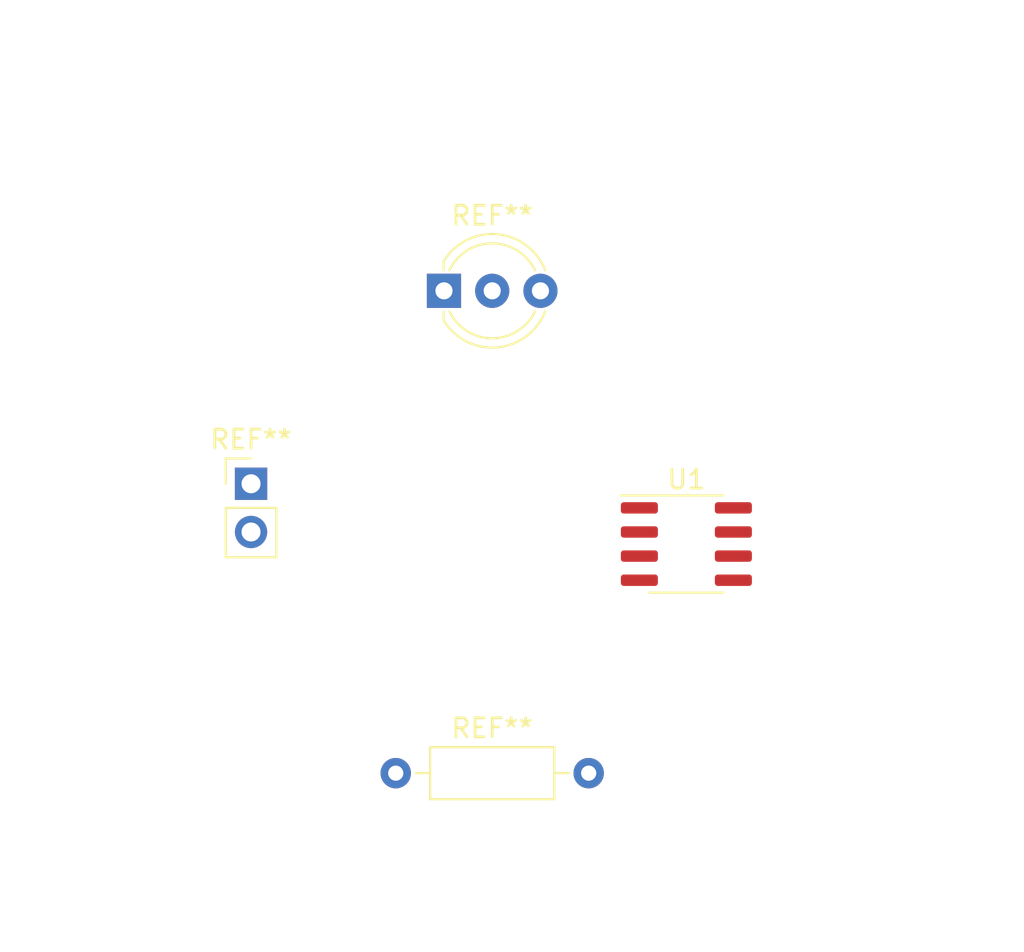
<source format=kicad_pcb>
(kicad_pcb (version 20221018) (generator pcbnew)
  (layers (0 "F.Cu" signal) (31 "B.Cu" signal) (34 "B.Paste" user) (35 "F.Paste" user) (36 "B.SilkS" user "B.Silkscreen") (37 "F.SilkS" user "F.Silkscreen") (38 "B.Mask" user) (39 "F.Mask" user) (44 "Edge.Cuts" user))
  (net 0 "")
  (net 1 "GND")
  (net 2 "Net-(U1-TR)")
  (net 3 "Net-(D1-A)")
  (net 4 "Net-(U1-R)")
  (net 7 "Net-(U1-DIS)")
  (footprint "Package_SO:SOIC-8_3.9x4.9mm_P1.27mm" (layer "F.Cu") (at 81.345 114.935)
    (fp_text reference "U1" (at 0 -3.4) (layer "F.SilkS"))
    (fp_text value "ICM7555xB")
    (fp_line (start 0 -2.56) (end -3.45 -2.56) (stroke (width 0.12)) (layer "F.SilkS"))
    (fp_line (start 0 -2.56) (end 1.95 -2.56) (stroke (width 0.12)) (layer "F.SilkS"))
    (fp_line (start 0 2.56) (end -1.95 2.56) (stroke (width 0.12)) (layer "F.SilkS"))
    (fp_line (start 0 2.56) (end 1.95 2.56) (stroke (width 0.12)) (layer "F.SilkS"))
    (pad "1" smd roundrect (at -2.475 -1.905) (size 1.95 0.6) (layers "F.Cu" "F.Paste" "F.Mask") (net 1 "GND"))
    (pad "2" smd roundrect (at -2.475 -0.635) (size 1.95 0.6) (layers "F.Cu" "F.Paste" "F.Mask") (net 2 "Net-(U1-TR)"))
    (pad "3" smd roundrect (at -2.475 0.635) (size 1.95 0.6) (layers "F.Cu" "F.Paste" "F.Mask") (net 3 "Net-(D1-A)"))
    (pad "4" smd roundrect (at -2.475 1.905) (size 1.95 0.6) (layers "F.Cu" "F.Paste" "F.Mask") (net 4 "Net-(U1-R)"))
    (pad "5" smd roundrect (at 2.475 1.905) (size 1.95 0.6) (layers "F.Cu" "F.Paste" "F.Mask"))
    (pad "6" smd roundrect (at 2.475 0.635) (size 1.95 0.6) (layers "F.Cu" "F.Paste" "F.Mask"))
    (pad "7" smd roundrect (at 2.475 -0.635) (size 1.95 0.6) (layers "F.Cu" "F.Paste" "F.Mask") (net 7 "Net-(U1-DIS)"))
    (pad "8" smd roundrect (at 2.475 -1.905) (size 1.95 0.6) (layers "F.Cu" "F.Paste" "F.Mask") (net 4 "Net-(U1-R)"))
  )
  (footprint "Connector_PinHeader_2.54mm:PinHeader_1x02_P2.54mm_Vertical" (layer "F.Cu") (at 58.42 111.76)
    (fp_text reference "REF**" (at 0 -2.33) (layer "F.SilkS"))
    (fp_text value "PinHeader_1x02_P2.54mm_Vertical")
    (fp_line (start -1.33 -1.33) (end 0 -1.33) (stroke (width 0.12)) (layer "F.SilkS"))
    (fp_line (start -1.33 0) (end -1.33 -1.33) (stroke (width 0.12)) (layer "F.SilkS"))
    (fp_line (start -1.33 1.27) (end -1.33 3.87) (stroke (width 0.12)) (layer "F.SilkS"))
    (fp_line (start -1.33 1.27) (end 1.33 1.27) (stroke (width 0.12)) (layer "F.SilkS"))
    (fp_line (start -1.33 3.87) (end 1.33 3.87) (stroke (width 0.12)) (layer "F.SilkS"))
    (fp_line (start 1.33 1.27) (end 1.33 3.87) (stroke (width 0.12)) (layer "F.SilkS"))
    (pad "1" thru_hole rect (at 0 0) (size 1.7 1.7) (drill 1) (layers "*.Cu" "*.Mask"))
    (pad "2" thru_hole oval (at 0 2.54) (size 1.7 1.7) (drill 1) (layers "*.Cu" "*.Mask"))
  )
  (footprint "LED_THT:LED_D5.0mm-3" (layer "F.Cu") (at 68.58 101.6)
    (fp_text reference "REF**" (at 2.54 -3.96) (layer "F.SilkS"))
    (fp_text value "LED_D5.0mm-3")
    (fp_line (start -0.02 -1.545) (end -0.02 -1.08) (stroke (width 0.12)) (layer "F.SilkS"))
    (fp_line (start -0.02 1.08) (end -0.02 1.545) (stroke (width 0.12)) (layer "F.SilkS"))
    (fp_arc (start -0.02 -1.54483) (mid 2.798456 -2.978809) (end 5.327815 -1.080827) (stroke (width 0.12)) (layer "F.SilkS"))
    (fp_arc (start 0.285316 -1.08) (mid 2.539762 -2.5) (end 4.794479 -1.080429) (stroke (width 0.12)) (layer "F.SilkS"))
    (fp_arc (start 4.794479 1.080429) (mid 2.539762 2.5) (end 0.285316 1.08) (stroke (width 0.12)) (layer "F.SilkS"))
    (fp_arc (start 5.327815 1.080827) (mid 2.798456 2.978808) (end -0.02 1.54483) (stroke (width 0.12)) (layer "F.SilkS"))
    (pad "1" thru_hole rect (at 0 0) (size 1.8 1.8) (drill 0.9) (layers "*.Cu" "*.Mask"))
    (pad "2" thru_hole circle (at 2.54 0) (size 1.8 1.8) (drill 0.9) (layers "*.Cu" "*.Mask"))
    (pad "3" thru_hole circle (at 5.08 0) (size 1.8 1.8) (drill 0.9) (layers "*.Cu" "*.Mask"))
  )
  (footprint "Resistor_THT:R_Axial_DIN0207_L6.3mm_D2.5mm_P10.16mm_Horizontal" (layer "F.Cu") (at 66.04 127)
    (fp_text reference "REF**" (at 5.08 -2.37) (layer "F.SilkS"))
    (fp_text value "R_Axial_DIN0207_L6.3mm_D2.5mm_P10.16mm_Horizontal")
    (fp_line (start 1.04 0) (end 1.81 0) (stroke (width 0.12)) (layer "F.SilkS"))
    (fp_line (start 1.81 -1.37) (end 1.81 1.37) (stroke (width 0.12)) (layer "F.SilkS"))
    (fp_line (start 1.81 1.37) (end 8.35 1.37) (stroke (width 0.12)) (layer "F.SilkS"))
    (fp_line (start 8.35 -1.37) (end 1.81 -1.37) (stroke (width 0.12)) (layer "F.SilkS"))
    (fp_line (start 8.35 1.37) (end 8.35 -1.37) (stroke (width 0.12)) (layer "F.SilkS"))
    (fp_line (start 9.12 0) (end 8.35 0) (stroke (width 0.12)) (layer "F.SilkS"))
    (pad "1" thru_hole circle (at 0 0) (size 1.6 1.6) (drill 0.8) (layers "*.Cu" "*.Mask"))
    (pad "2" thru_hole oval (at 10.16 0) (size 1.6 1.6) (drill 0.8) (layers "*.Cu" "*.Mask"))
  )
)
</source>
